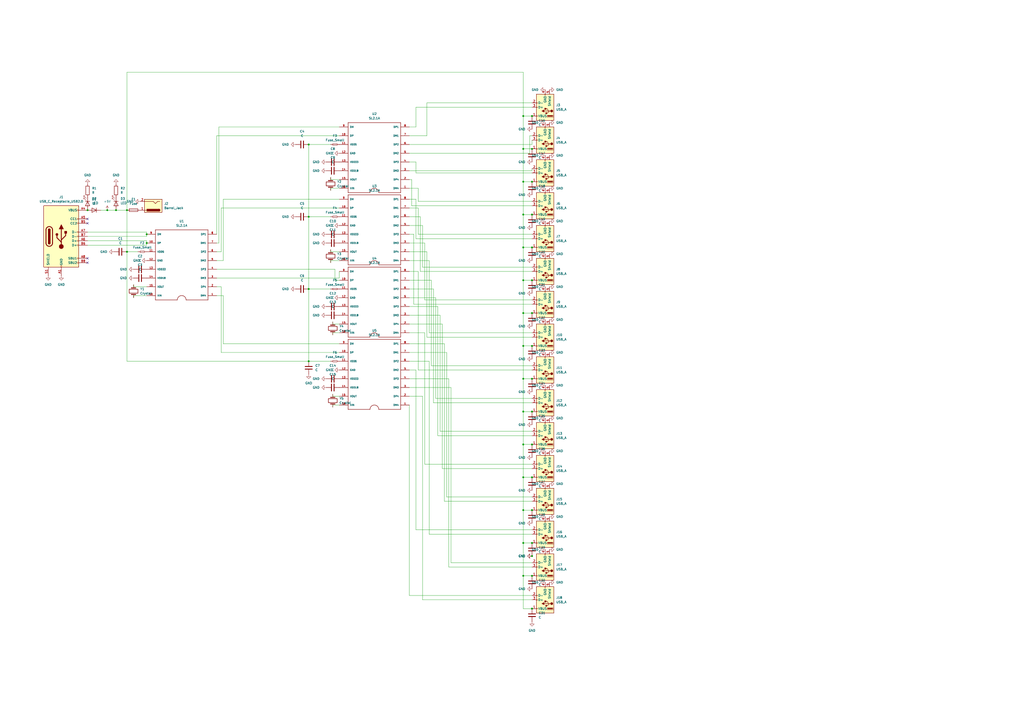
<source format=kicad_sch>
(kicad_sch (version 20211123) (generator eeschema)
  (paper "A2")
  (lib_symbols
    (symbol "Connector:Barrel_Jack" (pin_names (offset 1.016))
      (property "Reference" "J" (at 0 5.334 0))
      (property "Value" "Barrel_Jack" (at 0 -5.08 0))
      (symbol "Barrel_Jack_1_1"
        (pin passive line (at 7.62 2.54 180) (length 2.54) (name "~") (number "1"))
        (pin passive line (at 7.62 -2.54 180) (length 2.54) (name "~") (number "2"))
      )
    )
    (symbol "Connector:USB_A" (pin_names (offset 1.016))
      (property "Reference" "J" (at -5.08 11.43 0))
      (property "Value" "USB_A" (at -5.08 8.89 0))
      (symbol "USB_A_1_1"
        (pin power_in line (at 7.62 5.08 180) (length 2.54) (name "VBUS") (number "1"))
        (pin bidirectional line (at 7.62 -2.54 180) (length 2.54) (name "D-") (number "2"))
        (pin bidirectional line (at 7.62 0 180) (length 2.54) (name "D+") (number "3"))
        (pin power_in line (at 0 -10.16 90) (length 2.54) (name "GND") (number "4"))
        (pin passive line (at -2.54 -10.16 90) (length 2.54) (name "Shield") (number "5"))
      )
    )
    (symbol "Connector:USB_C_Receptacle_USB2.0" (pin_names (offset 1.016))
      (property "Reference" "J" (at -10.16 19.05 0))
      (property "Value" "USB_C_Receptacle_USB2.0" (at 19.05 19.05 0))
      (symbol "USB_C_Receptacle_USB2.0_1_1"
        (pin passive line (at 0 -22.86 90) (length 5.08) (name "GND") (number "A1"))
        (pin passive line (at 0 -22.86 90) (length 5.08) hide (name "GND") (number "A12"))
        (pin passive line (at 15.24 15.24 180) (length 5.08) (name "VBUS") (number "A4"))
        (pin bidirectional line (at 15.24 10.16 180) (length 5.08) (name "CC1") (number "A5"))
        (pin bidirectional line (at 15.24 -2.54 180) (length 5.08) (name "D+") (number "A6"))
        (pin bidirectional line (at 15.24 2.54 180) (length 5.08) (name "D-") (number "A7"))
        (pin bidirectional line (at 15.24 -12.7 180) (length 5.08) (name "SBU1") (number "A8"))
        (pin passive line (at 15.24 15.24 180) (length 5.08) hide (name "VBUS") (number "A9"))
        (pin passive line (at 0 -22.86 90) (length 5.08) hide (name "GND") (number "B1"))
        (pin passive line (at 0 -22.86 90) (length 5.08) hide (name "GND") (number "B12"))
        (pin passive line (at 15.24 15.24 180) (length 5.08) hide (name "VBUS") (number "B4"))
        (pin bidirectional line (at 15.24 7.62 180) (length 5.08) (name "CC2") (number "B5"))
        (pin bidirectional line (at 15.24 -5.08 180) (length 5.08) (name "D+") (number "B6"))
        (pin bidirectional line (at 15.24 0 180) (length 5.08) (name "D-") (number "B7"))
        (pin bidirectional line (at 15.24 -15.24 180) (length 5.08) (name "SBU2") (number "B8"))
        (pin passive line (at 15.24 15.24 180) (length 5.08) hide (name "VBUS") (number "B9"))
        (pin passive line (at -7.62 -22.86 90) (length 5.08) (name "SHIELD") (number "S1"))
      )
    )
    (symbol "Device:C" (pin_numbers hide) (pin_names (offset 0.254))
      (property "Reference" "C" (at 0.635 2.54 0))
      (property "Value" "C" (at 0.635 -2.54 0))
      (symbol "C_1_1"
        (pin passive line (at 0 3.81 270) (length 2.794) (name "~") (number "1"))
        (pin passive line (at 0 -3.81 90) (length 2.794) (name "~") (number "2"))
      )
    )
    (symbol "Device:Crystal" (pin_numbers hide) (pin_names (offset 1.016) hide)
      (property "Reference" "Y" (at 0 3.81 0))
      (property "Value" "Crystal" (at 0 -3.81 0))
      (symbol "Crystal_1_1"
        (pin passive line (at -3.81 0 0) (length 1.27) (name "1") (number "1"))
        (pin passive line (at 3.81 0 180) (length 1.27) (name "2") (number "2"))
      )
    )
    (symbol "Device:D" (pin_numbers hide) (pin_names (offset 1.016) hide)
      (property "Reference" "D" (at 0 2.54 0))
      (property "Value" "D" (at 0 -2.54 0))
      (symbol "D_1_1"
        (pin passive line (at -3.81 0 0) (length 2.54) (name "K") (number "1"))
        (pin passive line (at 3.81 0 180) (length 2.54) (name "A") (number "2"))
      )
    )
    (symbol "Device:Fuse" (pin_numbers hide) (pin_names (offset 0))
      (property "Reference" "F" (at 2.032 0 90))
      (property "Value" "Fuse" (at -1.905 0 90))
      (symbol "Fuse_1_1"
        (pin passive line (at 0 3.81 270) (length 1.27) (name "~") (number "1"))
        (pin passive line (at 0 -3.81 90) (length 1.27) (name "~") (number "2"))
      )
    )
    (symbol "Device:Fuse_Small" (pin_numbers hide) (pin_names (offset 0.254) hide)
      (property "Reference" "F" (at 0 -1.524 0))
      (property "Value" "Fuse_Small" (at 0 1.524 0))
      (symbol "Fuse_Small_1_1"
        (pin passive line (at -2.54 0 0) (length 1.27) (name "~") (number "1"))
        (pin passive line (at 2.54 0 180) (length 1.27) (name "~") (number "2"))
      )
    )
    (symbol "Device:LED" (pin_numbers hide) (pin_names (offset 1.016) hide)
      (property "Reference" "D" (at 0 2.54 0))
      (property "Value" "LED" (at 0 -2.54 0))
      (symbol "LED_1_1"
        (pin passive line (at -3.81 0 0) (length 2.54) (name "K") (number "1"))
        (pin passive line (at 3.81 0 180) (length 2.54) (name "A") (number "2"))
      )
    )
    (symbol "Device:R" (pin_numbers hide) (pin_names (offset 0))
      (property "Reference" "R" (at 2.032 0 90))
      (property "Value" "R" (at 0 0 90))
      (symbol "R_1_1"
        (pin passive line (at 0 3.81 270) (length 1.27) (name "~") (number "1"))
        (pin passive line (at 0 -3.81 90) (length 1.27) (name "~") (number "2"))
      )
    )
    (symbol "SL2.1A:SL2.1A" (pin_names (offset 1.016))
      (property "Reference" "U" (at 0 22.86 0))
      (property "Value" "SL2.1A" (at 0 -22.86 0))
      (symbol "SL2.1A_0_0"
        (pin bidirectional line (at -20.32 17.78 0) (length 5.08) (name "DM4") (number "1"))
        (pin bidirectional line (at 20.32 -12.7 180) (length 5.08) (name "DP") (number "10"))
        (pin bidirectional line (at 20.32 -7.62 180) (length 5.08) (name "VDD5") (number "11"))
        (pin bidirectional line (at 20.32 -2.54 180) (length 5.08) (name "GND") (number "12"))
        (pin bidirectional line (at 20.32 2.54 180) (length 5.08) (name "VDD33") (number "13"))
        (pin bidirectional line (at 20.32 7.62 180) (length 5.08) (name "VDD18") (number "14"))
        (pin bidirectional line (at 20.32 12.7 180) (length 5.08) (name "XOUT") (number "15"))
        (pin bidirectional line (at 20.32 17.78 180) (length 5.08) (name "XIN") (number "16"))
        (pin bidirectional line (at -20.32 12.7 0) (length 5.08) (name "DP4") (number "2"))
        (pin bidirectional line (at -20.32 7.62 0) (length 5.08) (name "DM3") (number "3"))
        (pin bidirectional line (at -20.32 2.54 0) (length 5.08) (name "DP3") (number "4"))
        (pin bidirectional line (at -20.32 -2.54 0) (length 5.08) (name "DM2") (number "5"))
        (pin bidirectional line (at -20.32 -7.62 0) (length 5.08) (name "DP2") (number "6"))
        (pin bidirectional line (at -20.32 -12.7 0) (length 5.08) (name "DM1") (number "7"))
        (pin bidirectional line (at -20.32 -17.78 0) (length 5.08) (name "DP1") (number "8"))
        (pin bidirectional line (at 20.32 -17.78 180) (length 5.08) (name "DM") (number "9"))
      )
    )
    (symbol "power:+5V" (power) (pin_names (offset 0))
      (property "Value" "+5V" (at 0 3.556 0))
      (symbol "+5V_1_1"
        (pin power_in line (at 0 0 90) (length 0) hide (name "+5V") (number "1"))
      )
    )
    (symbol "power:GND" (power) (pin_names (offset 0))
      (property "Value" "GND" (at 0 -3.81 0))
      (symbol "GND_1_1"
        (pin power_in line (at 0 0 270) (length 0) hide (name "GND") (number "1"))
      )
    )
  )
  (junction (at 303.53 162.56))
  (junction (at 308.61 353.06))
  (junction (at 308.61 200.66))
  (junction (at 62.23 121.92))
  (junction (at 303.53 276.86))
  (junction (at 85.09 135.89))
  (junction (at 303.53 314.96))
  (junction (at 308.61 143.51))
  (junction (at 308.61 162.56))
  (junction (at 308.61 334.01))
  (junction (at 308.61 322.58))
  (junction (at 303.53 124.46))
  (junction (at 303.53 67.31))
  (junction (at 179.07 83.82))
  (junction (at 303.53 334.01))
  (junction (at 303.53 238.76))
  (junction (at 303.53 257.81))
  (junction (at 303.53 86.36))
  (junction (at 308.61 295.91))
  (junction (at 179.07 167.64))
  (junction (at 308.61 124.46))
  (junction (at 50.8 121.92))
  (junction (at 303.53 200.66))
  (junction (at 73.66 121.92))
  (junction (at 303.53 143.51))
  (junction (at 303.53 181.61))
  (junction (at 303.53 219.71))
  (junction (at 308.61 219.71))
  (junction (at 308.61 86.36))
  (junction (at 179.07 209.55))
  (junction (at 308.61 276.86))
  (junction (at 85.09 140.97))
  (junction (at 67.31 121.92))
  (junction (at 179.07 125.73))
  (junction (at 303.53 105.41))
  (junction (at 73.66 146.05))
  (junction (at 308.61 67.31))
  (junction (at 308.61 105.41))
  (junction (at 308.61 314.96))
  (junction (at 308.61 238.76))
  (junction (at 308.61 181.61))
  (junction (at 308.61 257.81))
  (junction (at 303.53 295.91))
  (no_connect (at 50.8 152.4))
  (no_connect (at 50.8 129.54))
  (no_connect (at 50.8 127))
  (no_connect (at 50.8 149.86))
  (wire (pts (xy 237.49 167.64) (xy 251.46 167.64)))
  (wire (pts (xy 248.92 209.55) (xy 248.92 309.88)))
  (wire (pts (xy 129.54 171.45) (xy 129.54 199.39)))
  (wire (pts (xy 247.65 59.69) (xy 308.61 59.69)))
  (wire (pts (xy 237.49 172.72) (xy 252.73 172.72)))
  (wire (pts (xy 238.76 104.14) (xy 238.76 119.38)))
  (wire (pts (xy 303.53 124.46) (xy 303.53 105.41)))
  (wire (pts (xy 251.46 233.68) (xy 308.61 233.68)))
  (wire (pts (xy 196.85 161.29) (xy 196.85 157.48)))
  (wire (pts (xy 125.73 146.05) (xy 128.27 146.05)))
  (wire (pts (xy 191.77 83.82) (xy 179.07 83.82)))
  (wire (pts (xy 303.53 181.61) (xy 308.61 181.61)))
  (wire (pts (xy 303.53 162.56) (xy 308.61 162.56)))
  (wire (pts (xy 237.49 115.57) (xy 241.3 115.57)))
  (wire (pts (xy 196.85 109.22) (xy 191.77 109.22)))
  (wire (pts (xy 303.53 276.86) (xy 308.61 276.86)))
  (wire (pts (xy 73.66 121.92) (xy 67.31 121.92)))
  (wire (pts (xy 191.77 151.13) (xy 191.77 152.4)))
  (wire (pts (xy 50.8 139.7) (xy 85.09 139.7)))
  (wire (pts (xy 242.57 214.63) (xy 308.61 214.63)))
  (wire (pts (xy 303.53 314.96) (xy 308.61 314.96)))
  (wire (pts (xy 250.19 212.09) (xy 308.61 212.09)))
  (wire (pts (xy 179.07 167.64) (xy 191.77 167.64)))
  (wire (pts (xy 237.49 120.65) (xy 242.57 120.65)))
  (wire (pts (xy 242.57 109.22) (xy 242.57 116.84)))
  (wire (pts (xy 125.73 140.97) (xy 127 140.97)))
  (wire (pts (xy 303.53 86.36) (xy 308.61 86.36)))
  (wire (pts (xy 240.03 176.53) (xy 308.61 176.53)))
  (wire (pts (xy 73.66 146.05) (xy 80.01 146.05)))
  (wire (pts (xy 243.84 125.73) (xy 243.84 157.48)))
  (wire (pts (xy 260.35 219.71) (xy 260.35 328.93)))
  (wire (pts (xy 237.49 157.48) (xy 242.57 157.48)))
  (wire (pts (xy 73.66 209.55) (xy 73.66 146.05)))
  (wire (pts (xy 237.49 193.04) (xy 246.38 193.04)))
  (wire (pts (xy 247.65 146.05) (xy 247.65 195.58)))
  (wire (pts (xy 129.54 151.13) (xy 129.54 115.57)))
  (wire (pts (xy 303.53 86.36) (xy 303.53 67.31)))
  (wire (pts (xy 257.81 199.39) (xy 257.81 290.83)))
  (wire (pts (xy 129.54 199.39) (xy 196.85 199.39)))
  (wire (pts (xy 303.53 334.01) (xy 303.53 314.96)))
  (wire (pts (xy 308.61 97.79) (xy 308.61 99.06)))
  (wire (pts (xy 241.3 93.98) (xy 241.3 100.33)))
  (wire (pts (xy 128.27 120.65) (xy 196.85 120.65)))
  (wire (pts (xy 303.53 181.61) (xy 303.53 162.56)))
  (wire (pts (xy 50.8 142.24) (xy 85.09 142.24)))
  (wire (pts (xy 194.31 156.21) (xy 194.31 162.56)))
  (wire (pts (xy 241.3 138.43) (xy 308.61 138.43)))
  (wire (pts (xy 246.38 269.24) (xy 308.61 269.24)))
  (wire (pts (xy 62.23 121.92) (xy 58.42 121.92)))
  (wire (pts (xy 50.8 137.16) (xy 85.09 137.16)))
  (wire (pts (xy 303.53 295.91) (xy 303.53 276.86)))
  (wire (pts (xy 179.07 125.73) (xy 179.07 167.64)))
  (wire (pts (xy 77.47 166.37) (xy 77.47 165.1)))
  (wire (pts (xy 179.07 83.82) (xy 179.07 125.73)))
  (wire (pts (xy 85.09 134.62) (xy 85.09 135.89)))
  (wire (pts (xy 303.53 276.86) (xy 303.53 257.81)))
  (wire (pts (xy 237.49 151.13) (xy 248.92 151.13)))
  (wire (pts (xy 245.11 130.81) (xy 245.11 154.94)))
  (wire (pts (xy 248.92 151.13) (xy 248.92 193.04)))
  (wire (pts (xy 308.61 353.06) (xy 303.53 353.06)))
  (wire (pts (xy 73.66 41.91) (xy 303.53 41.91)))
  (wire (pts (xy 255.27 250.19) (xy 308.61 250.19)))
  (wire (pts (xy 237.49 125.73) (xy 243.84 125.73)))
  (wire (pts (xy 250.19 162.56) (xy 250.19 212.09)))
  (wire (pts (xy 196.85 151.13) (xy 191.77 151.13)))
  (wire (pts (xy 242.57 157.48) (xy 242.57 214.63)))
  (wire (pts (xy 303.53 238.76) (xy 303.53 219.71)))
  (wire (pts (xy 303.53 314.96) (xy 303.53 295.91)))
  (wire (pts (xy 125.73 135.89) (xy 125.73 78.74)))
  (wire (pts (xy 237.49 229.87) (xy 245.11 229.87)))
  (wire (pts (xy 237.49 204.47) (xy 259.08 204.47)))
  (wire (pts (xy 303.53 238.76) (xy 308.61 238.76)))
  (wire (pts (xy 237.49 109.22) (xy 242.57 109.22)))
  (wire (pts (xy 193.04 229.87) (xy 193.04 228.6)))
  (wire (pts (xy 303.53 219.71) (xy 308.61 219.71)))
  (wire (pts (xy 241.3 73.66) (xy 241.3 62.23)))
  (wire (pts (xy 254 252.73) (xy 308.61 252.73)))
  (wire (pts (xy 237.49 83.82) (xy 308.61 83.82)))
  (wire (pts (xy 241.3 62.23) (xy 308.61 62.23)))
  (wire (pts (xy 237.49 209.55) (xy 248.92 209.55)))
  (wire (pts (xy 260.35 328.93) (xy 308.61 328.93)))
  (wire (pts (xy 303.53 67.31) (xy 303.53 41.91)))
  (wire (pts (xy 241.3 100.33) (xy 308.61 100.33)))
  (wire (pts (xy 237.49 224.79) (xy 261.62 224.79)))
  (wire (pts (xy 303.53 124.46) (xy 308.61 124.46)))
  (wire (pts (xy 303.53 353.06) (xy 303.53 334.01)))
  (wire (pts (xy 196.85 146.05) (xy 191.77 146.05)))
  (wire (pts (xy 241.3 214.63) (xy 241.3 307.34)))
  (wire (pts (xy 196.85 193.04) (xy 193.04 193.04)))
  (wire (pts (xy 50.8 134.62) (xy 85.09 134.62)))
  (wire (pts (xy 128.27 146.05) (xy 128.27 120.65)))
  (wire (pts (xy 179.07 167.64) (xy 179.07 209.55)))
  (wire (pts (xy 303.53 334.01) (xy 308.61 334.01)))
  (wire (pts (xy 77.47 171.45) (xy 77.47 172.72)))
  (wire (pts (xy 303.53 219.71) (xy 303.53 200.66)))
  (wire (pts (xy 256.54 187.96) (xy 256.54 271.78)))
  (wire (pts (xy 242.57 135.89) (xy 308.61 135.89)))
  (wire (pts (xy 191.77 109.22) (xy 191.77 110.49)))
  (wire (pts (xy 245.11 347.98) (xy 308.61 347.98)))
  (wire (pts (xy 241.3 115.57) (xy 241.3 138.43)))
  (wire (pts (xy 237.49 182.88) (xy 255.27 182.88)))
  (wire (pts (xy 303.53 200.66) (xy 308.61 200.66)))
  (wire (pts (xy 243.84 157.48) (xy 308.61 157.48)))
  (wire (pts (xy 237.49 73.66) (xy 241.3 73.66)))
  (wire (pts (xy 85.09 137.16) (xy 85.09 135.89)))
  (wire (pts (xy 128.27 166.37) (xy 128.27 204.47)))
  (wire (pts (xy 247.65 195.58) (xy 308.61 195.58)))
  (wire (pts (xy 303.53 143.51) (xy 303.53 124.46)))
  (wire (pts (xy 303.53 257.81) (xy 303.53 238.76)))
  (wire (pts (xy 196.85 229.87) (xy 193.04 229.87)))
  (wire (pts (xy 261.62 224.79) (xy 261.62 326.39)))
  (wire (pts (xy 237.49 130.81) (xy 245.11 130.81)))
  (wire (pts (xy 125.73 161.29) (xy 196.85 161.29)))
  (wire (pts (xy 191.77 104.14) (xy 191.77 102.87)))
  (wire (pts (xy 85.09 142.24) (xy 85.09 140.97)))
  (wire (pts (xy 245.11 229.87) (xy 245.11 347.98)))
  (wire (pts (xy 261.62 326.39) (xy 308.61 326.39)))
  (wire (pts (xy 196.85 187.96) (xy 193.04 187.96)))
  (wire (pts (xy 179.07 209.55) (xy 73.66 209.55)))
  (wire (pts (xy 125.73 171.45) (xy 129.54 171.45)))
  (wire (pts (xy 237.49 99.06) (xy 308.61 99.06)))
  (wire (pts (xy 127 73.66) (xy 196.85 73.66)))
  (wire (pts (xy 248.92 309.88) (xy 308.61 309.88)))
  (wire (pts (xy 259.08 204.47) (xy 259.08 288.29)))
  (wire (pts (xy 251.46 167.64) (xy 251.46 233.68)))
  (wire (pts (xy 179.07 125.73) (xy 191.77 125.73)))
  (wire (pts (xy 307.34 78.74) (xy 308.61 78.74)))
  (wire (pts (xy 246.38 193.04) (xy 246.38 269.24)))
  (wire (pts (xy 85.09 171.45) (xy 77.47 171.45)))
  (wire (pts (xy 237.49 88.9) (xy 307.34 88.9)))
  (wire (pts (xy 196.85 234.95) (xy 193.04 234.95)))
  (wire (pts (xy 254 177.8) (xy 254 252.73)))
  (wire (pts (xy 237.49 199.39) (xy 257.81 199.39)))
  (wire (pts (xy 303.53 295.91) (xy 308.61 295.91)))
  (wire (pts (xy 73.66 41.91) (xy 73.66 121.92)))
  (wire (pts (xy 303.53 162.56) (xy 303.53 143.51)))
  (wire (pts (xy 252.73 231.14) (xy 308.61 231.14)))
  (wire (pts (xy 67.31 121.92) (xy 62.23 121.92)))
  (wire (pts (xy 127 140.97) (xy 127 73.66)))
  (wire (pts (xy 242.57 120.65) (xy 242.57 135.89)))
  (wire (pts (xy 179.07 209.55) (xy 191.77 209.55)))
  (wire (pts (xy 257.81 290.83) (xy 308.61 290.83)))
  (wire (pts (xy 246.38 140.97) (xy 246.38 173.99)))
  (wire (pts (xy 252.73 172.72) (xy 252.73 231.14)))
  (wire (pts (xy 237.49 146.05) (xy 247.65 146.05)))
  (wire (pts (xy 259.08 288.29) (xy 308.61 288.29)))
  (wire (pts (xy 303.53 105.41) (xy 303.53 86.36)))
  (wire (pts (xy 303.53 143.51) (xy 308.61 143.51)))
  (wire (pts (xy 303.53 67.31) (xy 308.61 67.31)))
  (wire (pts (xy 237.49 93.98) (xy 241.3 93.98)))
  (wire (pts (xy 128.27 204.47) (xy 196.85 204.47)))
  (wire (pts (xy 237.49 135.89) (xy 240.03 135.89)))
  (wire (pts (xy 125.73 156.21) (xy 194.31 156.21)))
  (wire (pts (xy 237.49 104.14) (xy 238.76 104.14)))
  (wire (pts (xy 237.49 78.74) (xy 247.65 78.74)))
  (wire (pts (xy 73.66 146.05) (xy 73.66 121.92)))
  (wire (pts (xy 125.73 151.13) (xy 129.54 151.13)))
  (wire (pts (xy 303.53 200.66) (xy 303.53 181.61)))
  (wire (pts (xy 125.73 166.37) (xy 128.27 166.37)))
  (wire (pts (xy 85.09 166.37) (xy 77.47 166.37)))
  (wire (pts (xy 248.92 193.04) (xy 308.61 193.04)))
  (wire (pts (xy 245.11 154.94) (xy 308.61 154.94)))
  (wire (pts (xy 237.49 234.95) (xy 237.49 345.44)))
  (wire (pts (xy 307.34 88.9) (xy 307.34 78.74)))
  (wire (pts (xy 237.49 162.56) (xy 250.19 162.56)))
  (wire (pts (xy 240.03 135.89) (xy 240.03 176.53)))
  (wire (pts (xy 191.77 146.05) (xy 191.77 144.78)))
  (wire (pts (xy 237.49 214.63) (xy 241.3 214.63)))
  (wire (pts (xy 237.49 219.71) (xy 260.35 219.71)))
  (wire (pts (xy 193.04 193.04) (xy 193.04 194.31)))
  (wire (pts (xy 237.49 345.44) (xy 308.61 345.44)))
  (wire (pts (xy 85.09 139.7) (xy 85.09 140.97)))
  (wire (pts (xy 129.54 115.57) (xy 196.85 115.57)))
  (wire (pts (xy 237.49 177.8) (xy 254 177.8)))
  (wire (pts (xy 193.04 187.96) (xy 193.04 186.69)))
  (wire (pts (xy 256.54 271.78) (xy 308.61 271.78)))
  (wire (pts (xy 255.27 182.88) (xy 255.27 250.19)))
  (wire (pts (xy 303.53 257.81) (xy 308.61 257.81)))
  (wire (pts (xy 237.49 140.97) (xy 246.38 140.97)))
  (wire (pts (xy 193.04 234.95) (xy 193.04 236.22)))
  (wire (pts (xy 241.3 307.34) (xy 308.61 307.34)))
  (wire (pts (xy 247.65 78.74) (xy 247.65 59.69)))
  (wire (pts (xy 303.53 105.41) (xy 308.61 105.41)))
  (wire (pts (xy 237.49 187.96) (xy 256.54 187.96)))
  (wire (pts (xy 125.73 78.74) (xy 196.85 78.74)))
  (wire (pts (xy 246.38 173.99) (xy 308.61 173.99)))
  (wire (pts (xy 238.76 119.38) (xy 308.61 119.38)))
  (wire (pts (xy 242.57 116.84) (xy 308.61 116.84)))
  (wire (pts (xy 308.61 83.82) (xy 308.61 81.28)))
  (wire (pts (xy 196.85 104.14) (xy 191.77 104.14)))
  (wire (pts (xy 194.31 162.56) (xy 196.85 162.56)))
  (symbol (lib_id "Device:C") (at 308.61 280.67 0) (unit 1)
    (property "Reference" "C27" (at 312.42 279.3999 0) (effects (justify left)))
    (property "Value" "C" (at 312.42 281.9399 0) (effects (justify left)))
    (property "Footprint" "Capacitor_THT:C_Radial_D10.0mm_H12.5mm_P5.00mm" (effects hide))
  )
  (symbol (lib_id "power:GND") (at 318.77 337.82 90) (unit 1)
    (property "Reference" "#PWR0121" (effects hide))
    (property "Value" "GND" (at 322.58 337.8199 90) (effects (justify right)))
  )
  (symbol (lib_id "power:GND") (at 308.61 265.43 270) (unit 1)
    (property "Reference" "#PWR0124" (effects hide))
    (property "Value" "GND" (at 304.8 265.4299 90) (effects (justify right)))
  )
  (symbol (lib_id "Connector:USB_A") (at 316.23 309.88 180) (unit 1)
    (property "Reference" "J16" (at 322.58 308.6099 0) (effects (justify right)))
    (property "Value" "USB_A" (at 322.58 311.1499 0) (effects (justify right)))
    (property "Footprint" "Connector_USB:USB_A_Stewart_SS-52100-001_Horizontal" (effects hide))
    (property "Datasheet" " ~" (effects hide))
  )
  (symbol (lib_id "power:GND") (at 318.77 71.12 90) (unit 1)
    (property "Reference" "#PWR0107" (effects hide))
    (property "Value" "GND" (at 322.58 71.1199 90) (effects (justify right)))
  )
  (symbol (lib_id "Connector:USB_C_Receptacle_USB2.0") (at 35.56 137.16 0) (unit 1)
    (property "Reference" "J1" (at 35.56 114.3 0))
    (property "Value" "USB_C_Receptacle_USB2.0" (at 35.56 116.84 0))
    (property "Footprint" "Connector_USB:USB_C_Receptacle_HRO_TYPE-C-31-M-12" (effects hide))
    (property "Datasheet" "https://www.usb.org/sites/default/files/documents/usb_type-c.zip" (effects hide))
  )
  (symbol (lib_id "power:GND") (at 189.23 177.8 270) (unit 1)
    (property "Reference" "#PWR0162" (effects hide))
    (property "Value" "GND" (at 185.42 177.7999 90) (effects (justify right)))
  )
  (symbol (lib_id "power:GND") (at 189.23 182.88 270) (unit 1)
    (property "Reference" "#PWR0145" (effects hide))
    (property "Value" "GND" (at 185.42 182.8799 90) (effects (justify right)))
  )
  (symbol (lib_id "power:GND") (at 77.47 161.29 270) (unit 1)
    (property "Reference" "#PWR0157" (effects hide))
    (property "Value" "GND" (at 73.66 161.2899 90) (effects (justify right)))
  )
  (symbol (lib_id "Device:C") (at 308.61 299.72 0) (unit 1)
    (property "Reference" "C28" (at 312.42 298.4499 0) (effects (justify left)))
    (property "Value" "C" (at 312.42 300.9899 0) (effects (justify left)))
    (property "Footprint" "Capacitor_THT:C_Radial_D10.0mm_H12.5mm_P5.00mm" (effects hide))
  )
  (symbol (lib_id "power:GND") (at 189.23 140.97 270) (unit 1)
    (property "Reference" "#PWR0111" (effects hide))
    (property "Value" "GND" (at 185.42 140.9699 90) (effects (justify right)))
  )
  (symbol (lib_id "power:GND") (at 316.23 318.77 270) (unit 1)
    (property "Reference" "#PWR0128" (effects hide))
    (property "Value" "GND" (at 312.42 318.7699 90) (effects (justify right)))
  )
  (symbol (lib_id "power:GND") (at 67.31 106.68 180) (unit 1)
    (property "Reference" "#PWR0175" (effects hide))
    (property "Value" "GND" (at 67.31 101.6 0))
  )
  (symbol (lib_id "Device:Fuse") (at 77.47 121.92 90) (unit 1)
    (property "Reference" "F1" (at 77.47 115.57 90))
    (property "Value" "Fuse" (at 77.47 118.11 90))
    (property "Footprint" "Fuse:Fuseholder_Cylinder-5x20mm_Stelvio-Kontek_PTF78_Horizontal_Open" (effects hide))
  )
  (symbol (lib_id "Device:Fuse_Small") (at 82.55 146.05 0) (unit 1)
    (property "Reference" "F2" (at 82.55 140.97 0))
    (property "Value" "Fuse_Small" (at 82.55 143.51 0))
    (property "Footprint" "Fuse:Fuse_2920_7451Metric_Pad2.10x5.45mm_HandSolder" (effects hide))
  )
  (symbol (lib_id "Connector:USB_A") (at 316.23 81.28 180) (unit 1)
    (property "Reference" "J4" (at 322.58 80.0099 0) (effects (justify right)))
    (property "Value" "USB_A" (at 322.58 82.5499 0) (effects (justify right)))
    (property "Footprint" "Connector_USB:USB_A_Stewart_SS-52100-001_Horizontal" (effects hide))
    (property "Datasheet" " ~" (effects hide))
  )
  (symbol (lib_id "Device:C") (at 308.61 147.32 0) (unit 1)
    (property "Reference" "C20" (at 312.42 146.0499 0) (effects (justify left)))
    (property "Value" "C" (at 312.42 148.5899 0) (effects (justify left)))
    (property "Footprint" "Capacitor_THT:C_Radial_D10.0mm_H12.5mm_P5.00mm" (effects hide))
  )
  (symbol (lib_id "Connector:USB_A") (at 316.23 100.33 180) (unit 1)
    (property "Reference" "J5" (at 322.58 99.0599 0) (effects (justify right)))
    (property "Value" "USB_A" (at 322.58 101.5999 0) (effects (justify right)))
    (property "Footprint" "Connector_USB:USB_A_Stewart_SS-52100-001_Horizontal" (effects hide))
    (property "Datasheet" " ~" (effects hide))
  )
  (symbol (lib_id "Device:Crystal") (at 193.04 232.41 270) (unit 1)
    (property "Reference" "Y5" (at 196.85 231.1399 90) (effects (justify left)))
    (property "Value" "Crystal" (at 196.85 233.6799 90) (effects (justify left)))
    (property "Footprint" "Crystal:Crystal_HC49-U_Vertical" (effects hide))
  )
  (symbol (lib_id "Device:C") (at 175.26 83.82 90) (unit 1)
    (property "Reference" "C4" (at 175.26 76.2 90))
    (property "Value" "C" (at 175.26 78.74 90))
    (property "Footprint" "Capacitor_THT:C_Radial_D10.0mm_H12.5mm_P5.00mm" (effects hide))
  )
  (symbol (lib_id "Device:Fuse_Small") (at 194.31 209.55 0) (unit 1)
    (property "Reference" "F6" (at 194.31 204.47 0))
    (property "Value" "Fuse_Small" (at 194.31 207.01 0))
    (property "Footprint" "Fuse:Fuse_2920_7451Metric_Pad2.10x5.45mm_HandSolder" (effects hide))
  )
  (symbol (lib_id "SL2.1A:SL2.1A") (at 217.17 175.26 180) (unit 1)
    (property "Reference" "U4" (at 217.17 149.86 0))
    (property "Value" "SL2.1A" (at 217.17 152.4 0))
    (property "Footprint" "SL2:SO16" (effects hide))
  )
  (symbol (lib_id "Connector:USB_A") (at 316.23 119.38 180) (unit 1)
    (property "Reference" "J6" (at 322.58 118.1099 0) (effects (justify right)))
    (property "Value" "USB_A" (at 322.58 120.6499 0) (effects (justify right)))
    (property "Footprint" "Connector_USB:USB_A_Stewart_SS-52100-001_Horizontal" (effects hide))
    (property "Datasheet" " ~" (effects hide))
  )
  (symbol (lib_id "power:GND") (at 308.61 322.58 270) (unit 1)
    (property "Reference" "#PWR0119" (effects hide))
    (property "Value" "GND" (at 304.8 322.5799 90) (effects (justify right)))
  )
  (symbol (lib_id "Device:Fuse_Small") (at 194.31 167.64 0) (unit 1)
    (property "Reference" "F5" (at 194.31 162.56 0))
    (property "Value" "Fuse_Small" (at 194.31 165.1 0))
    (property "Footprint" "Fuse:Fuse_2920_7451Metric_Pad2.10x5.45mm_HandSolder" (effects hide))
  )
  (symbol (lib_id "power:GND") (at 179.07 217.17 0) (unit 1)
    (property "Reference" "#PWR0160" (effects hide))
    (property "Value" "GND" (at 179.07 222.25 0))
  )
  (symbol (lib_id "power:GND") (at 316.23 71.12 270) (unit 1)
    (property "Reference" "#PWR0106" (effects hide))
    (property "Value" "GND" (at 312.42 71.1199 90) (effects (justify right)))
  )
  (symbol (lib_id "power:GND") (at 171.45 83.82 270) (unit 1)
    (property "Reference" "#PWR0150" (effects hide))
    (property "Value" "GND" (at 167.64 83.8199 90) (effects (justify right)))
  )
  (symbol (lib_id "power:GND") (at 196.85 214.63 270) (unit 1)
    (property "Reference" "#PWR0164" (effects hide))
    (property "Value" "GND" (at 193.04 214.6299 90) (effects (justify right)))
  )
  (symbol (lib_id "Device:Fuse_Small") (at 194.31 83.82 0) (unit 1)
    (property "Reference" "F3" (at 194.31 78.74 0))
    (property "Value" "Fuse_Small" (at 194.31 81.28 0))
    (property "Footprint" "Fuse:Fuse_2920_7451Metric_Pad2.10x5.45mm_HandSolder" (effects hide))
  )
  (symbol (lib_id "power:GND") (at 308.61 132.08 270) (unit 1)
    (property "Reference" "#PWR0138" (effects hide))
    (property "Value" "GND" (at 304.8 132.0799 90) (effects (justify right)))
  )
  (symbol (lib_id "power:GND") (at 308.61 93.98 270) (unit 1)
    (property "Reference" "#PWR0101" (effects hide))
    (property "Value" "GND" (at 304.8 93.9799 90) (effects (justify right)))
  )
  (symbol (lib_id "Device:C") (at 193.04 224.79 90) (unit 1)
    (property "Reference" "C15" (at 193.04 217.17 90))
    (property "Value" "C" (at 193.04 219.71 90))
    (property "Footprint" "Capacitor_THT:C_Radial_D10.0mm_H12.5mm_P5.00mm" (effects hide))
  )
  (symbol (lib_id "power:GND") (at 318.77 147.32 90) (unit 1)
    (property "Reference" "#PWR0131" (effects hide))
    (property "Value" "GND" (at 322.58 147.3199 90) (effects (justify right)))
  )
  (symbol (lib_id "power:GND") (at 81.28 116.84 270) (unit 1)
    (property "Reference" "#PWR0159" (effects hide))
    (property "Value" "GND" (at 77.47 116.8399 90) (effects (justify right)))
  )
  (symbol (lib_id "Device:C") (at 81.28 156.21 90) (unit 1)
    (property "Reference" "C2" (at 81.28 148.59 90))
    (property "Value" "C" (at 81.28 151.13 90))
    (property "Footprint" "Capacitor_THT:C_Radial_D10.0mm_H12.5mm_P5.00mm" (effects hide))
  )
  (symbol (lib_id "power:GND") (at 308.61 322.58 270) (unit 1)
    (property "Reference" "#PWR0118" (effects hide))
    (property "Value" "GND" (at 304.8 322.5799 90) (effects (justify right)))
  )
  (symbol (lib_id "power:GND") (at 316.23 299.72 270) (unit 1)
    (property "Reference" "#PWR0166" (effects hide))
    (property "Value" "GND" (at 312.42 299.7199 90) (effects (justify right)))
  )
  (symbol (lib_id "power:GND") (at 308.61 74.93 270) (unit 1)
    (property "Reference" "#PWR0105" (effects hide))
    (property "Value" "GND" (at 304.8 74.9299 90) (effects (justify right)))
  )
  (symbol (lib_id "Connector:USB_A") (at 316.23 233.68 180) (unit 1)
    (property "Reference" "J12" (at 322.58 232.4099 0) (effects (justify right)))
    (property "Value" "USB_A" (at 322.58 234.9499 0) (effects (justify right)))
    (property "Footprint" "Connector_USB:USB_A_Stewart_SS-52100-001_Horizontal" (effects hide))
    (property "Datasheet" " ~" (effects hide))
  )
  (symbol (lib_id "power:GND") (at 196.85 130.81 270) (unit 1)
    (property "Reference" "#PWR0108" (effects hide))
    (property "Value" "GND" (at 193.04 130.8099 90) (effects (justify right)))
  )
  (symbol (lib_id "Device:C") (at 308.61 356.87 0) (unit 1)
    (property "Reference" "C31" (at 312.42 355.5999 0) (effects (justify left)))
    (property "Value" "C" (at 312.42 358.1399 0) (effects (justify left)))
    (property "Footprint" "Capacitor_THT:C_Radial_D10.0mm_H12.5mm_P5.00mm" (effects hide))
  )
  (symbol (lib_id "power:GND") (at 318.77 318.77 90) (unit 1)
    (property "Reference" "#PWR0127" (effects hide))
    (property "Value" "GND" (at 322.58 318.7699 90) (effects (justify right)))
  )
  (symbol (lib_id "Device:R") (at 67.31 110.49 0) (unit 1)
    (property "Reference" "R2" (at 69.85 109.2199 0) (effects (justify left)))
    (property "Value" "R" (at 69.85 111.7599 0) (effects (justify left)))
    (property "Footprint" "Resistor_THT:R_Axial_DIN0204_L3.6mm_D1.6mm_P1.90mm_Vertical" (effects hide))
  )
  (symbol (lib_id "power:GND") (at 316.23 204.47 270) (unit 1)
    (property "Reference" "#PWR0165" (effects hide))
    (property "Value" "GND" (at 312.42 204.4699 90) (effects (justify right)))
  )
  (symbol (lib_id "SL2.1A:SL2.1A") (at 217.17 133.35 180) (unit 1)
    (property "Reference" "U3" (at 217.17 107.95 0))
    (property "Value" "SL2.1A" (at 217.17 110.49 0))
    (property "Footprint" "SL2:SO16" (effects hide))
  )
  (symbol (lib_id "Connector:USB_A") (at 316.23 328.93 180) (unit 1)
    (property "Reference" "J17" (at 322.58 327.6599 0) (effects (justify right)))
    (property "Value" "USB_A" (at 322.58 330.1999 0) (effects (justify right)))
    (property "Footprint" "Connector_USB:USB_A_Stewart_SS-52100-001_Horizontal" (effects hide))
    (property "Datasheet" " ~" (effects hide))
  )
  (symbol (lib_id "power:GND") (at 318.77 109.22 90) (unit 1)
    (property "Reference" "#PWR0103" (effects hide))
    (property "Value" "GND" (at 322.58 109.2199 90) (effects (justify right)))
  )
  (symbol (lib_id "Device:C") (at 193.04 177.8 90) (unit 1)
    (property "Reference" "C12" (at 193.04 170.18 90))
    (property "Value" "C" (at 193.04 172.72 90))
    (property "Footprint" "Capacitor_THT:C_Radial_D10.0mm_H12.5mm_P5.00mm" (effects hide))
  )
  (symbol (lib_id "power:GND") (at 318.77 128.27 90) (unit 1)
    (property "Reference" "#PWR0139" (effects hide))
    (property "Value" "GND" (at 322.58 128.2699 90) (effects (justify right)))
  )
  (symbol (lib_id "Connector:USB_A") (at 316.23 252.73 180) (unit 1)
    (property "Reference" "J13" (at 322.58 251.4599 0) (effects (justify right)))
    (property "Value" "USB_A" (at 322.58 253.9999 0) (effects (justify right)))
    (property "Footprint" "Connector_USB:USB_A_Stewart_SS-52100-001_Horizontal" (effects hide))
    (property "Datasheet" " ~" (effects hide))
  )
  (symbol (lib_id "power:GND") (at 50.8 106.68 180) (unit 1)
    (property "Reference" "#PWR0174" (effects hide))
    (property "Value" "GND" (at 50.8 101.6 0))
  )
  (symbol (lib_id "power:GND") (at 316.23 90.17 270) (unit 1)
    (property "Reference" "#PWR0114" (effects hide))
    (property "Value" "GND" (at 312.42 90.1699 90) (effects (justify right)))
  )
  (symbol (lib_id "power:GND") (at 316.23 128.27 270) (unit 1)
    (property "Reference" "#PWR0140" (effects hide))
    (property "Value" "GND" (at 312.42 128.2699 90) (effects (justify right)))
  )
  (symbol (lib_id "Device:C") (at 308.61 242.57 0) (unit 1)
    (property "Reference" "C25" (at 312.42 241.2999 0) (effects (justify left)))
    (property "Value" "C" (at 312.42 243.8399 0) (effects (justify left)))
    (property "Footprint" "Capacitor_THT:C_Radial_D10.0mm_H12.5mm_P5.00mm" (effects hide))
  )
  (symbol (lib_id "power:GND") (at 318.77 90.17 90) (unit 1)
    (property "Reference" "#PWR0115" (effects hide))
    (property "Value" "GND" (at 322.58 90.1699 90) (effects (justify right)))
  )
  (symbol (lib_id "power:GND") (at 318.77 280.67 90) (unit 1)
    (property "Reference" "#PWR0172" (effects hide))
    (property "Value" "GND" (at 322.58 280.6699 90) (effects (justify right)))
  )
  (symbol (lib_id "Device:D") (at 54.61 121.92 180) (unit 1)
    (property "Reference" "D1" (at 54.61 115.57 0))
    (property "Value" "D" (at 54.61 118.11 0))
    (property "Footprint" "Diode_THT:D_DO-41_SOD81_P10.16mm_Horizontal" (effects hide))
  )
  (symbol (lib_id "power:GND") (at 318.77 242.57 90) (unit 1)
    (property "Reference" "#PWR0170" (effects hide))
    (property "Value" "GND" (at 322.58 242.5699 90) (effects (justify right)))
  )
  (symbol (lib_id "Connector:USB_A") (at 316.23 347.98 180) (unit 1)
    (property "Reference" "J18" (at 322.58 346.7099 0) (effects (justify right)))
    (property "Value" "USB_A" (at 322.58 349.2499 0) (effects (justify right)))
    (property "Footprint" "Connector_USB:USB_A_Stewart_SS-52100-001_Horizontal" (effects hide))
    (property "Datasheet" " ~" (effects hide))
  )
  (symbol (lib_id "Device:LED") (at 50.8 118.11 270) (unit 1)
    (property "Reference" "D2" (at 53.34 115.2524 90) (effects (justify left)))
    (property "Value" "LED" (at 53.34 117.7924 90) (effects (justify left)))
    (property "Footprint" "LED_THT:LED_D3.0mm" (effects hide))
  )
  (symbol (lib_id "power:GND") (at 316.23 261.62 270) (unit 1)
    (property "Reference" "#PWR0168" (effects hide))
    (property "Value" "GND" (at 312.42 261.6199 90) (effects (justify right)))
  )
  (symbol (lib_id "Device:C") (at 193.04 140.97 90) (unit 1)
    (property "Reference" "C11" (at 193.04 133.35 90))
    (property "Value" "C" (at 193.04 135.89 90))
    (property "Footprint" "Capacitor_THT:C_Radial_D10.0mm_H12.5mm_P5.00mm" (effects hide))
  )
  (symbol (lib_id "Device:Fuse_Small") (at 194.31 125.73 0) (unit 1)
    (property "Reference" "F4" (at 194.31 120.65 0))
    (property "Value" "Fuse_Small" (at 194.31 123.19 0))
    (property "Footprint" "Fuse:Fuse_2920_7451Metric_Pad2.10x5.45mm_HandSolder" (effects hide))
  )
  (symbol (lib_id "Device:R") (at 50.8 110.49 0) (unit 1)
    (property "Reference" "R1" (at 53.34 109.2199 0) (effects (justify left)))
    (property "Value" "R" (at 53.34 111.7599 0) (effects (justify left)))
    (property "Footprint" "Resistor_THT:R_Axial_DIN0204_L3.6mm_D1.6mm_P1.90mm_Vertical" (effects hide))
  )
  (symbol (lib_id "power:GND") (at 196.85 172.72 270) (unit 1)
    (property "Reference" "#PWR0148" (effects hide))
    (property "Value" "GND" (at 193.04 172.7199 90) (effects (justify right)))
  )
  (symbol (lib_id "Device:C") (at 193.04 182.88 90) (unit 1)
    (property "Reference" "C13" (at 193.04 175.26 90))
    (property "Value" "C" (at 193.04 177.8 90))
    (property "Footprint" "Capacitor_THT:C_Radial_D10.0mm_H12.5mm_P5.00mm" (effects hide))
  )
  (symbol (lib_id "power:GND") (at 308.61 246.38 270) (unit 1)
    (property "Reference" "#PWR0123" (effects hide))
    (property "Value" "GND" (at 304.8 246.3799 90) (effects (justify right)))
  )
  (symbol (lib_id "Device:LED") (at 67.31 118.11 270) (unit 1)
    (property "Reference" "D3" (at 69.85 115.2524 90) (effects (justify left)))
    (property "Value" "LED" (at 69.85 117.7924 90) (effects (justify left)))
    (property "Footprint" "LED_THT:LED_D3.0mm" (effects hide))
  )
  (symbol (lib_id "Device:Crystal") (at 191.77 148.59 270) (unit 1)
    (property "Reference" "Y3" (at 195.58 147.3199 90) (effects (justify left)))
    (property "Value" "Crystal" (at 195.58 149.8599 90) (effects (justify left)))
    (property "Footprint" "Crystal:Crystal_HC49-U_Vertical" (effects hide))
  )
  (symbol (lib_id "Connector:USB_A") (at 316.23 138.43 180) (unit 1)
    (property "Reference" "J7" (at 322.58 137.1599 0) (effects (justify right)))
    (property "Value" "USB_A" (at 322.58 139.6999 0) (effects (justify right)))
    (property "Footprint" "Connector_USB:USB_A_Stewart_SS-52100-001_Horizontal" (effects hide))
    (property "Datasheet" " ~" (effects hide))
  )
  (symbol (lib_id "Device:C") (at 308.61 90.17 0) (unit 1)
    (property "Reference" "C17" (at 312.42 88.8999 0) (effects (justify left)))
    (property "Value" "C" (at 312.42 91.4399 0) (effects (justify left)))
    (property "Footprint" "Capacitor_THT:C_Radial_D10.0mm_H12.5mm_P5.00mm" (effects hide))
  )
  (symbol (lib_id "power:GND") (at 308.61 189.23 270) (unit 1)
    (property "Reference" "#PWR0136" (effects hide))
    (property "Value" "GND" (at 304.8 189.2299 90) (effects (justify right)))
  )
  (symbol (lib_id "power:GND") (at 318.77 185.42 90) (unit 1)
    (property "Reference" "#PWR0143" (effects hide))
    (property "Value" "GND" (at 322.58 185.4199 90) (effects (justify right)))
  )
  (symbol (lib_id "power:GND") (at 308.61 208.28 270) (unit 1)
    (property "Reference" "#PWR0134" (effects hide))
    (property "Value" "GND" (at 304.8 208.2799 90) (effects (justify right)))
  )
  (symbol (lib_id "Device:C") (at 175.26 167.64 90) (unit 1)
    (property "Reference" "C6" (at 175.26 160.02 90))
    (property "Value" "C" (at 175.26 162.56 90))
    (property "Footprint" "Capacitor_THT:C_Radial_D10.0mm_H12.5mm_P5.00mm" (effects hide))
  )
  (symbol (lib_id "Device:C") (at 193.04 135.89 90) (unit 1)
    (property "Reference" "C10" (at 193.04 128.27 90))
    (property "Value" "C" (at 193.04 130.81 90))
    (property "Footprint" "Capacitor_THT:C_Radial_D10.0mm_H12.5mm_P5.00mm" (effects hide))
  )
  (symbol (lib_id "power:GND") (at 35.56 160.02 0) (unit 1)
    (property "Reference" "#PWR0154" (effects hide))
    (property "Value" "GND" (at 35.56 165.1 0))
  )
  (symbol (lib_id "power:GND") (at 316.23 185.42 270) (unit 1)
    (property "Reference" "#PWR0137" (effects hide))
    (property "Value" "GND" (at 312.42 185.4199 90) (effects (justify right)))
  )
  (symbol (lib_id "power:GND") (at 171.45 167.64 270) (unit 1)
    (property "Reference" "#PWR0147" (effects hide))
    (property "Value" "GND" (at 167.64 167.6399 90) (effects (justify right)))
  )
  (symbol (lib_id "power:GND") (at 308.61 170.18 270) (unit 1)
    (property "Reference" "#PWR0135" (effects hide))
    (property "Value" "GND" (at 304.8 170.1799 90) (effects (justify right)))
  )
  (symbol (lib_id "Device:C") (at 308.61 261.62 0) (unit 1)
    (property "Reference" "C26" (at 312.42 260.3499 0) (effects (justify left)))
    (property "Value" "C" (at 312.42 262.8899 0) (effects (justify left)))
    (property "Footprint" "Capacitor_THT:C_Radial_D10.0mm_H12.5mm_P5.00mm" (effects hide))
  )
  (symbol (lib_id "Device:C") (at 308.61 223.52 0) (unit 1)
    (property "Reference" "C24" (at 312.42 222.2499 0) (effects (justify left)))
    (property "Value" "C" (at 312.42 224.7899 0) (effects (justify left)))
    (property "Footprint" "Capacitor_THT:C_Radial_D10.0mm_H12.5mm_P5.00mm" (effects hide))
  )
  (symbol (lib_id "Device:C") (at 308.61 185.42 0) (unit 1)
    (property "Reference" "C22" (at 312.42 184.1499 0) (effects (justify left)))
    (property "Value" "C" (at 312.42 186.6899 0) (effects (justify left)))
    (property "Footprint" "Capacitor_THT:C_Radial_D10.0mm_H12.5mm_P5.00mm" (effects hide))
  )
  (symbol (lib_id "Device:C") (at 308.61 318.77 0) (unit 1)
    (property "Reference" "C29" (at 312.42 317.4999 0) (effects (justify left)))
    (property "Value" "C" (at 312.42 320.0399 0) (effects (justify left)))
    (property "Footprint" "Capacitor_THT:C_Radial_D10.0mm_H12.5mm_P5.00mm" (effects hide))
  )
  (symbol (lib_id "Connector:USB_A") (at 316.23 62.23 180) (unit 1)
    (property "Reference" "J3" (at 322.58 60.9599 0) (effects (justify right)))
    (property "Value" "USB_A" (at 322.58 63.4999 0) (effects (justify right)))
    (property "Footprint" "Connector_USB:USB_A_Stewart_SS-52100-001_Horizontal" (effects hide))
    (property "Datasheet" " ~" (effects hide))
  )
  (symbol (lib_id "Device:Crystal") (at 191.77 106.68 270) (unit 1)
    (property "Reference" "Y2" (at 195.58 105.4099 90) (effects (justify left)))
    (property "Value" "Crystal" (at 195.58 107.9499 90) (effects (justify left)))
    (property "Footprint" "Crystal:Crystal_HC49-U_Vertical" (effects hide))
  )
  (symbol (lib_id "Device:C") (at 193.04 219.71 90) (unit 1)
    (property "Reference" "C14" (at 193.04 212.09 90))
    (property "Value" "C" (at 193.04 214.63 90))
    (property "Footprint" "Capacitor_THT:C_Radial_D10.0mm_H12.5mm_P5.00mm" (effects hide))
  )
  (symbol (lib_id "power:GND") (at 318.77 52.07 90) (unit 1)
    (property "Reference" "#PWR0112" (effects hide))
    (property "Value" "GND" (at 322.58 52.0699 90) (effects (justify right)))
  )
  (symbol (lib_id "power:GND") (at 316.23 223.52 270) (unit 1)
    (property "Reference" "#PWR0132" (effects hide))
    (property "Value" "GND" (at 312.42 223.5199 90) (effects (justify right)))
  )
  (symbol (lib_id "SL2.1A:SL2.1A") (at 105.41 153.67 180) (unit 1)
    (property "Reference" "U1" (at 105.41 128.27 0))
    (property "Value" "SL2.1A" (at 105.41 130.81 0))
    (property "Footprint" "SL2:SO16" (effects hide))
  )
  (symbol (lib_id "power:GND") (at 308.61 360.68 0) (unit 1)
    (property "Reference" "#PWR0122" (effects hide))
    (property "Value" "GND" (at 308.61 365.76 0))
  )
  (symbol (lib_id "power:GND") (at 308.61 303.53 270) (unit 1)
    (property "Reference" "#PWR0126" (effects hide))
    (property "Value" "GND" (at 304.8 303.5299 90) (effects (justify right)))
  )
  (symbol (lib_id "Device:C") (at 193.04 93.98 90) (unit 1)
    (property "Reference" "C8" (at 193.04 86.36 90))
    (property "Value" "C" (at 193.04 88.9 90))
    (property "Footprint" "Capacitor_THT:C_Radial_D10.0mm_H12.5mm_P5.00mm" (effects hide))
  )
  (symbol (lib_id "power:GND") (at 308.61 284.48 270) (unit 1)
    (property "Reference" "#PWR0125" (effects hide))
    (property "Value" "GND" (at 304.8 284.4799 90) (effects (justify right)))
  )
  (symbol (lib_id "Device:C") (at 308.61 166.37 0) (unit 1)
    (property "Reference" "C21" (at 312.42 165.0999 0) (effects (justify left)))
    (property "Value" "C" (at 312.42 167.6399 0) (effects (justify left)))
    (property "Footprint" "Capacitor_THT:C_Radial_D10.0mm_H12.5mm_P5.00mm" (effects hide))
  )
  (symbol (lib_id "power:GND") (at 308.61 151.13 270) (unit 1)
    (property "Reference" "#PWR0129" (effects hide))
    (property "Value" "GND" (at 304.8 151.1299 90) (effects (justify right)))
  )
  (symbol (lib_id "power:GND") (at 308.61 227.33 270) (unit 1)
    (property "Reference" "#PWR0116" (effects hide))
    (property "Value" "GND" (at 304.8 227.3299 90) (effects (justify right)))
  )
  (symbol (lib_id "power:GND") (at 316.23 109.22 270) (unit 1)
    (property "Reference" "#PWR0104" (effects hide))
    (property "Value" "GND" (at 312.42 109.2199 90) (effects (justify right)))
  )
  (symbol (lib_id "SL2.1A:SL2.1A") (at 217.17 217.17 180) (unit 1)
    (property "Reference" "U5" (at 217.17 191.77 0))
    (property "Value" "SL2.1A" (at 217.17 194.31 0))
    (property "Footprint" "SL2:SO16" (effects hide))
  )
  (symbol (lib_id "power:GND") (at 196.85 88.9 270) (unit 1)
    (property "Reference" "#PWR0151" (effects hide))
    (property "Value" "GND" (at 193.04 88.8999 90) (effects (justify right)))
  )
  (symbol (lib_id "Device:C") (at 69.85 146.05 90) (unit 1)
    (property "Reference" "C1" (at 69.85 138.43 90))
    (property "Value" "C" (at 69.85 140.97 90))
    (property "Footprint" "Capacitor_THT:C_Radial_D10.0mm_H12.5mm_P5.00mm" (effects hide))
  )
  (symbol (lib_id "power:GND") (at 308.61 113.03 270) (unit 1)
    (property "Reference" "#PWR0102" (effects hide))
    (property "Value" "GND" (at 304.8 113.0299 90) (effects (justify right)))
  )
  (symbol (lib_id "power:GND") (at 316.23 52.07 270) (unit 1)
    (property "Reference" "#PWR0113" (effects hide))
    (property "Value" "GND" (at 312.42 52.0699 90) (effects (justify right)))
  )
  (symbol (lib_id "power:GND") (at 27.94 160.02 0) (unit 1)
    (property "Reference" "#PWR0155" (effects hide))
    (property "Value" "GND" (at 27.94 165.1 0))
  )
  (symbol (lib_id "Connector:USB_A") (at 316.23 271.78 180) (unit 1)
    (property "Reference" "J14" (at 322.58 270.5099 0) (effects (justify right)))
    (property "Value" "USB_A" (at 322.58 273.0499 0) (effects (justify right)))
    (property "Footprint" "Connector_USB:USB_A_Stewart_SS-52100-001_Horizontal" (effects hide))
    (property "Datasheet" " ~" (effects hide))
  )
  (symbol (lib_id "Device:C") (at 308.61 128.27 0) (unit 1)
    (property "Reference" "C19" (at 312.42 126.9999 0) (effects (justify left)))
    (property "Value" "C" (at 312.42 129.5399 0) (effects (justify left)))
    (property "Footprint" "Capacitor_THT:C_Radial_D10.0mm_H12.5mm_P5.00mm" (effects hide))
  )
  (symbol (lib_id "Connector:Barrel_Jack") (at 88.9 119.38 180) (unit 1)
    (property "Reference" "J2" (at 95.25 118.1099 0) (effects (justify right)))
    (property "Value" "Barrel_Jack" (at 95.25 120.6499 0) (effects (justify right)))
    (property "Footprint" "Connector_BarrelJack:BarrelJack_CUI_PJ-063AH_Horizontal" (effects hide))
  )
  (symbol (lib_id "power:GND") (at 171.45 125.73 270) (unit 1)
    (property "Reference" "#PWR0146" (effects hide))
    (property "Value" "GND" (at 167.64 125.7299 90) (effects (justify right)))
  )
  (symbol (lib_id "Device:C") (at 193.04 99.06 90) (unit 1)
    (property "Reference" "C9" (at 193.04 91.44 90))
    (property "Value" "C" (at 193.04 93.98 90))
    (property "Footprint" "Capacitor_THT:C_Radial_D10.0mm_H12.5mm_P5.00mm" (effects hide))
  )
  (symbol (lib_id "SL2.1A:SL2.1A") (at 217.17 91.44 180) (unit 1)
    (property "Reference" "U2" (at 217.17 66.04 0))
    (property "Value" "SL2.1A" (at 217.17 68.58 0))
    (property "Footprint" "SL2:SO16" (effects hide))
  )
  (symbol (lib_id "power:GND") (at 318.77 223.52 90) (unit 1)
    (property "Reference" "#PWR0133" (effects hide))
    (property "Value" "GND" (at 322.58 223.5199 90) (effects (justify right)))
  )
  (symbol (lib_id "power:GND") (at 318.77 299.72 90) (unit 1)
    (property "Reference" "#PWR0167" (effects hide))
    (property "Value" "GND" (at 322.58 299.7199 90) (effects (justify right)))
  )
  (symbol (lib_id "power:GND") (at 77.47 156.21 270) (unit 1)
    (property "Reference" "#PWR0158" (effects hide))
    (property "Value" "GND" (at 73.66 156.2099 90) (effects (justify right)))
  )
  (symbol (lib_id "power:GND") (at 189.23 99.06 270) (unit 1)
    (property "Reference" "#PWR0149" (effects hide))
    (property "Value" "GND" (at 185.42 99.0599 90) (effects (justify right)))
  )
  (symbol (lib_id "power:GND") (at 318.77 261.62 90) (unit 1)
    (property "Reference" "#PWR0171" (effects hide))
    (property "Value" "GND" (at 322.58 261.6199 90) (effects (justify right)))
  )
  (symbol (lib_id "power:GND") (at 318.77 166.37 90) (unit 1)
    (property "Reference" "#PWR0141" (effects hide))
    (property "Value" "GND" (at 322.58 166.3699 90) (effects (justify right)))
  )
  (symbol (lib_id "power:GND") (at 85.09 151.13 270) (unit 1)
    (property "Reference" "#PWR0156" (effects hide))
    (property "Value" "GND" (at 81.28 151.1299 90) (effects (justify right)))
  )
  (symbol (lib_id "power:GND") (at 189.23 135.89 270) (unit 1)
    (property "Reference" "#PWR0110" (effects hide))
    (property "Value" "GND" (at 185.42 135.8899 90) (effects (justify right)))
  )
  (symbol (lib_id "Device:C") (at 308.61 71.12 0) (unit 1)
    (property "Reference" "C16" (at 312.42 69.8499 0) (effects (justify left)))
    (property "Value" "C" (at 312.42 72.3899 0) (effects (justify left)))
    (property "Footprint" "Capacitor_THT:C_Radial_D10.0mm_H12.5mm_P5.00mm" (effects hide))
  )
  (symbol (lib_id "Connector:USB_A") (at 316.23 157.48 180) (unit 1)
    (property "Reference" "J8" (at 322.58 156.2099 0) (effects (justify right)))
    (property "Value" "USB_A" (at 322.58 158.7499 0) (effects (justify right)))
    (property "Footprint" "Connector_USB:USB_A_Stewart_SS-52100-001_Horizontal" (effects hide))
    (property "Datasheet" " ~" (effects hide))
  )
  (symbol (lib_id "power:GND") (at 308.61 341.63 270) (unit 1)
    (property "Reference" "#PWR0120" (effects hide))
    (property "Value" "GND" (at 304.8 341.6299 90) (effects (justify right)))
  )
  (symbol (lib_id "Device:C") (at 308.61 337.82 0) (unit 1)
    (property "Reference" "C30" (at 312.42 336.5499 0) (effects (justify left)))
    (property "Value" "C" (at 312.42 339.0899 0) (effects (justify left)))
    (property "Footprint" "Capacitor_THT:C_Radial_D10.0mm_H12.5mm_P5.00mm" (effects hide))
  )
  (symbol (lib_id "Device:C") (at 308.61 109.22 0) (unit 1)
    (property "Reference" "C18" (at 312.42 107.9499 0) (effects (justify left)))
    (property "Value" "C" (at 312.42 110.4899 0) (effects (justify left)))
    (property "Footprint" "Capacitor_THT:C_Radial_D10.0mm_H12.5mm_P5.00mm" (effects hide))
  )
  (symbol (lib_id "power:+5V") (at 62.23 121.92 0) (unit 1)
    (property "Reference" "#PWR0152" (effects hide))
    (property "Value" "+5V" (at 62.23 116.84 0))
  )
  (symbol (lib_id "power:GND") (at 316.23 242.57 270) (unit 1)
    (property "Reference" "#PWR0169" (effects hide))
    (property "Value" "GND" (at 312.42 242.5699 90) (effects (justify right)))
  )
  (symbol (lib_id "power:GND") (at 316.23 147.32 270) (unit 1)
    (property "Reference" "#PWR0130" (effects hide))
    (property "Value" "GND" (at 312.42 147.3199 90) (effects (justify right)))
  )
  (symbol (lib_id "Device:C") (at 175.26 125.73 90) (unit 1)
    (property "Reference" "C5" (at 175.26 118.11 90))
    (property "Value" "C" (at 175.26 120.65 90))
    (property "Footprint" "Capacitor_THT:C_Radial_D10.0mm_H12.5mm_P5.00mm" (effects hide))
  )
  (symbol (lib_id "Device:Crystal") (at 77.47 168.91 90) (unit 1)
    (property "Reference" "Y1" (at 81.28 167.6399 90) (effects (justify right)))
    (property "Value" "Crystal" (at 81.28 170.1799 90) (effects (justify right)))
    (property "Footprint" "Crystal:Crystal_HC49-U_Vertical" (effects hide))
  )
  (symbol (lib_id "power:GND") (at 189.23 219.71 270) (unit 1)
    (property "Reference" "#PWR0161" (effects hide))
    (property "Value" "GND" (at 185.42 219.7099 90) (effects (justify right)))
  )
  (symbol (lib_id "power:GND") (at 316.23 280.67 270) (unit 1)
    (property "Reference" "#PWR0173" (effects hide))
    (property "Value" "GND" (at 312.42 280.6699 90) (effects (justify right)))
  )
  (symbol (lib_id "Connector:USB_A") (at 316.23 176.53 180) (unit 1)
    (property "Reference" "J9" (at 322.58 175.2599 0) (effects (justify right)))
    (property "Value" "USB_A" (at 322.58 177.7999 0) (effects (justify right)))
    (property "Footprint" "Connector_USB:USB_A_Stewart_SS-52100-001_Horizontal" (effects hide))
    (property "Datasheet" " ~" (effects hide))
  )
  (symbol (lib_id "Device:C") (at 81.28 161.29 90) (unit 1)
    (property "Reference" "C3" (at 81.28 153.67 90))
    (property "Value" "C" (at 81.28 156.21 90))
    (property "Footprint" "Capacitor_THT:C_Radial_D10.0mm_H12.5mm_P5.00mm" (effects hide))
  )
  (symbol (lib_id "power:GND") (at 318.77 204.47 90) (unit 1)
    (property "Reference" "#PWR0144" (effects hide))
    (property "Value" "GND" (at 322.58 204.4699 90) (effects (justify right)))
  )
  (symbol (lib_id "power:GND") (at 189.23 93.98 270) (unit 1)
    (property "Reference" "#PWR0109" (effects hide))
    (property "Value" "GND" (at 185.42 93.9799 90) (effects (justify right)))
  )
  (symbol (lib_id "Device:C") (at 179.07 213.36 180) (unit 1)
    (property "Reference" "C7" (at 182.88 212.0899 0) (effects (justify right)))
    (property "Value" "C" (at 182.88 214.6299 0) (effects (justify right)))
    (property "Footprint" "Capacitor_THT:C_Radial_D10.0mm_H12.5mm_P5.00mm" (effects hide))
  )
  (symbol (lib_id "Connector:USB_A") (at 316.23 195.58 180) (unit 1)
    (property "Reference" "J10" (at 322.58 194.3099 0) (effects (justify right)))
    (property "Value" "USB_A" (at 322.58 196.8499 0) (effects (justify right)))
    (property "Footprint" "Connector_USB:USB_A_Stewart_SS-52100-001_Horizontal" (effects hide))
    (property "Datasheet" " ~" (effects hide))
  )
  (symbol (lib_id "power:GND") (at 189.23 224.79 270) (unit 1)
    (property "Reference" "#PWR0163" (effects hide))
    (property "Value" "GND" (at 185.42 224.7899 90) (effects (justify right)))
  )
  (symbol (lib_id "power:GND") (at 66.04 146.05 270) (unit 1)
    (property "Reference" "#PWR0153" (effects hide))
    (property "Value" "GND" (at 62.23 146.0499 90) (effects (justify right)))
  )
  (symbol (lib_id "Device:Crystal") (at 193.04 190.5 270) (unit 1)
    (property "Reference" "Y4" (at 196.85 189.2299 90) (effects (justify left)))
    (property "Value" "Crystal" (at 196.85 191.7699 90) (effects (justify left)))
    (property "Footprint" "Crystal:Crystal_HC49-U_Vertical" (effects hide))
  )
  (symbol (lib_id "Connector:USB_A") (at 316.23 290.83 180) (unit 1)
    (property "Reference" "J15" (at 322.58 289.5599 0) (effects (justify right)))
    (property "Value" "USB_A" (at 322.58 292.0999 0) (effects (justify right)))
    (property "Footprint" "Connector_USB:USB_A_Stewart_SS-52100-001_Horizontal" (effects hide))
    (property "Datasheet" " ~" (effects hide))
  )
  (symbol (lib_id "Device:C") (at 308.61 204.47 0) (unit 1)
    (property "Reference" "C23" (at 312.42 203.1999 0) (effects (justify left)))
    (property "Value" "C" (at 312.42 205.7399 0) (effects (justify left)))
    (property "Footprint" "Capacitor_THT:C_Radial_D10.0mm_H12.5mm_P5.00mm" (effects hide))
  )
  (symbol (lib_id "power:GND") (at 316.23 166.37 270) (unit 1)
    (property "Reference" "#PWR0142" (effects hide))
    (property "Value" "GND" (at 312.42 166.3699 90) (effects (justify right)))
  )
  (symbol (lib_id "Connector:USB_A") (at 316.23 214.63 180) (unit 1)
    (property "Reference" "J11" (at 322.58 213.3599 0) (effects (justify right)))
    (property "Value" "USB_A" (at 322.58 215.8999 0) (effects (justify right)))
    (property "Footprint" "Connector_USB:USB_A_Stewart_SS-52100-001_Horizontal" (effects hide))
    (property "Datasheet" " ~" (effects hide))
  )
  (symbol (lib_id "power:GND") (at 316.23 337.82 270) (unit 1)
    (property "Reference" "#PWR0117" (effects hide))
    (property "Value" "GND" (at 312.42 337.8199 90) (effects (justify right)))
  )
)
</source>
